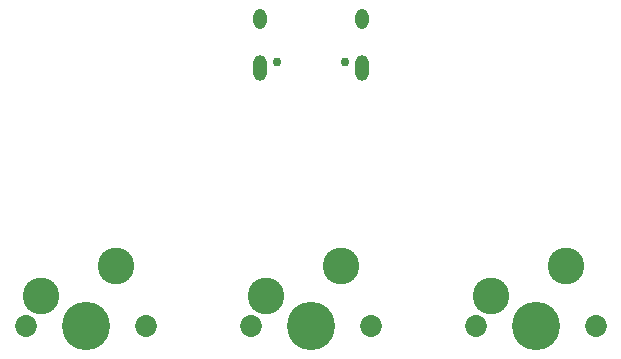
<source format=gbr>
%TF.GenerationSoftware,KiCad,Pcbnew,(6.0.5)*%
%TF.CreationDate,2022-06-21T07:34:41+08:00*%
%TF.ProjectId,unnamed-3k-v2,756e6e61-6d65-4642-9d33-6b2d76322e6b,rev?*%
%TF.SameCoordinates,Original*%
%TF.FileFunction,Soldermask,Top*%
%TF.FilePolarity,Negative*%
%FSLAX46Y46*%
G04 Gerber Fmt 4.6, Leading zero omitted, Abs format (unit mm)*
G04 Created by KiCad (PCBNEW (6.0.5)) date 2022-06-21 07:34:41*
%MOMM*%
%LPD*%
G01*
G04 APERTURE LIST*
%ADD10C,3.102000*%
%ADD11C,4.089800*%
%ADD12C,1.852000*%
%ADD13C,0.752000*%
%ADD14O,1.102000X2.202000*%
%ADD15O,1.102000X1.702000*%
G04 APERTURE END LIST*
D10*
%TO.C,MX2*%
X89311000Y-85090000D03*
D11*
X93121000Y-87630000D03*
D10*
X95661000Y-82550000D03*
D12*
X98201000Y-87630000D03*
X88041000Y-87630000D03*
%TD*%
%TO.C,MX3*%
X68992000Y-87640000D03*
X79152000Y-87640000D03*
D11*
X74072000Y-87640000D03*
D10*
X70262000Y-85100000D03*
X76612000Y-82560000D03*
%TD*%
D11*
%TO.C,MX1*%
X112172000Y-87630000D03*
D12*
X117252000Y-87630000D03*
D10*
X108362000Y-85090000D03*
X114712000Y-82550000D03*
D12*
X107092000Y-87630000D03*
%TD*%
D13*
%TO.C,USB1*%
X96011000Y-65239000D03*
X90231000Y-65239000D03*
D14*
X97441000Y-65769000D03*
X88801000Y-65769000D03*
D15*
X97441000Y-61589000D03*
X88801000Y-61589000D03*
%TD*%
M02*

</source>
